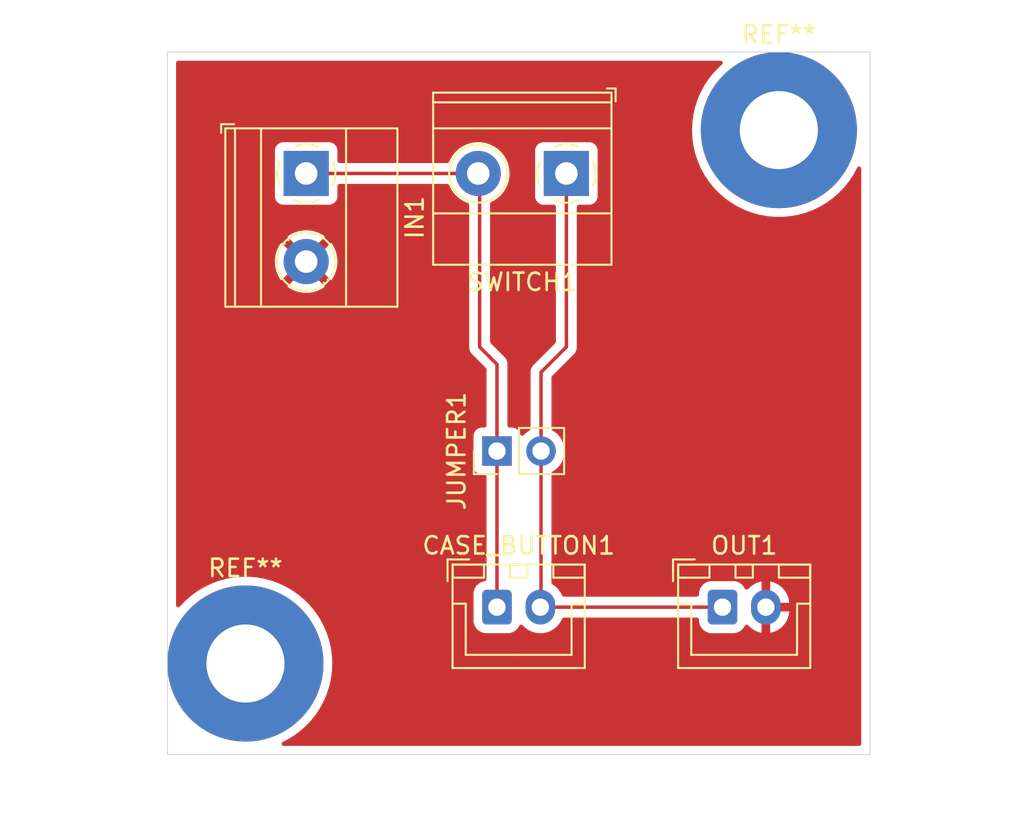
<source format=kicad_pcb>
(kicad_pcb (version 20240108) (generator "pcbnew") (generator_version "8.0")
  (layers (0 "F.Cu" signal) (31 "B.Cu" signal) (34 "B.Paste" user) (35 "F.Paste" user) (36 "B.SilkS" user "B.Silkscreen") (37 "F.SilkS" user "F.Silkscreen") (38 "B.Mask" user) (39 "F.Mask" user) (44 "Edge.Cuts" user))
  (net 0 "")
  (net 1 "GND")
  (net 2 "Net-(CASE_BUTTON1-A)")
  (net 3 "Net-(CASE_BUTTON1-B)")
  (footprint "TerminalBlock_Phoenix:TerminalBlock_Phoenix_MKDS-1,5-2-5.08_1x02_P5.08mm_Horizontal" (layer "F.Cu") (at 143 82 180)
    (property "Reference" "SWITCH1" (at 2.54 -6.26 0) (layer "F.SilkS"))
    (property "Value" "SW_SPST")
    (fp_line (start 7.68 -5.261) (end 7.68 4.66) (stroke (width 0.12)) (layer "F.SilkS"))
    (fp_line (start 6.355 -1.069) (end 6.308 -1.023) (stroke (width 0.12)) (layer "F.SilkS"))
    (fp_line (start 6.15 -1.275) (end 6.115 -1.239) (stroke (width 0.12)) (layer "F.SilkS"))
    (fp_line (start 4.046 1.239) (end 4.011 1.274) (stroke (width 0.12)) (layer "F.SilkS"))
    (fp_line (start 3.853 1.023) (end 3.806 1.069) (stroke (width 0.12)) (layer "F.SilkS"))
    (fp_line (start -2.6 4.66) (end 7.68 4.66) (stroke (width 0.12)) (layer "F.SilkS"))
    (fp_line (start -2.6 4.1) (end 7.68 4.1) (stroke (width 0.12)) (layer "F.SilkS"))
    (fp_line (start -2.6 2.6) (end 7.68 2.6) (stroke (width 0.12)) (layer "F.SilkS"))
    (fp_line (start -2.6 -2.301) (end 7.68 -2.301) (stroke (width 0.12)) (layer "F.SilkS"))
    (fp_line (start -2.6 -5.261) (end 7.68 -5.261) (stroke (width 0.12)) (layer "F.SilkS"))
    (fp_line (start -2.6 -5.261) (end -2.6 4.66) (stroke (width 0.12)) (layer "F.SilkS"))
    (fp_line (start -2.84 4.9) (end -2.34 4.9) (stroke (width 0.12)) (layer "F.SilkS"))
    (fp_line (start -2.84 4.16) (end -2.84 4.9) (stroke (width 0.12)) (layer "F.SilkS"))
    (fp_arc (start 1.535427 -0.683042) (mid 1.680501 0.000524) (end 1.535 0.684) (stroke (width 0.12)) (layer "F.SilkS"))
    (fp_arc (start 0.683318 1.534756) (mid 0.349292 1.643288) (end 0 1.68) (stroke (width 0.12)) (layer "F.SilkS"))
    (fp_arc (start 0.028805 1.680253) (mid -0.335551 1.646659) (end -0.684 1.535) (stroke (width 0.12)) (layer "F.SilkS"))
    (fp_arc (start -0.683042 -1.535427) (mid 0.000524 -1.680501) (end 0.684 -1.535) (stroke (width 0.12)) (layer "F.SilkS"))
    (fp_arc (start -1.535427 0.683042) (mid -1.680501 -0.000524) (end -1.535 -0.684) (stroke (width 0.12)) (layer "F.SilkS"))
    (fp_circle (center 5.08 0) (end 6.76 0) (stroke (width 0.12)) (fill none) (layer "F.SilkS"))
    (pad "1" thru_hole rect (at 0 0 180) (size 2.6 2.6) (drill 1.3) (layers "*.Cu" "*.Mask") (net 3 "Net-(CASE_BUTTON1-B)"))
    (pad "2" thru_hole circle (at 5.08 0 180) (size 2.6 2.6) (drill 1.3) (layers "*.Cu" "*.Mask") (net 2 "Net-(CASE_BUTTON1-A)"))
  )
  (footprint "MountingHole:MountingHole_4.5mm_Pad_TopBottom" (layer "F.Cu") (at 124.5 110.25)
    (property "Reference" "REF**" (at 0 -5.5 0) (layer "F.SilkS"))
    (property "Value" "MountingHole_4.5mm_Pad_TopBottom")
    (pad "1" thru_hole circle (at 0 0) (size 4.9 4.9) (drill 4.5) (layers "*.Cu" "*.Mask"))
    (pad "1" connect circle (at 0 0) (size 9 9) (layers "F.Cu" "F.Mask"))
    (pad "1" connect circle (at 0 0) (size 9 9) (layers "B.Cu" "B.Mask"))
  )
  (footprint "Connector_JST:JST_XH_B2B-XH-A_1x02_P2.50mm_Vertical" (layer "F.Cu") (at 152 107)
    (property "Reference" "OUT1" (at 1.25 -3.55 0) (layer "F.SilkS"))
    (property "Value" "Conn_01x02_Pin")
    (fp_line (start -2.85 -2.75) (end -2.85 -1.5) (stroke (width 0.12)) (layer "F.SilkS"))
    (fp_line (start -2.56 -2.46) (end -2.56 3.51) (stroke (width 0.12)) (layer "F.SilkS"))
    (fp_line (start -2.56 3.51) (end 5.06 3.51) (stroke (width 0.12)) (layer "F.SilkS"))
    (fp_line (start -2.55 -2.45) (end -2.55 -1.7) (stroke (width 0.12)) (layer "F.SilkS"))
    (fp_line (start -2.55 -1.7) (end -0.75 -1.7) (stroke (width 0.12)) (layer "F.SilkS"))
    (fp_line (start -2.55 -0.2) (end -1.8 -0.2) (stroke (width 0.12)) (layer "F.SilkS"))
    (fp_line (start -1.8 -0.2) (end -1.8 2.75) (stroke (width 0.12)) (layer "F.SilkS"))
    (fp_line (start -1.8 2.75) (end 1.25 2.75) (stroke (width 0.12)) (layer "F.SilkS"))
    (fp_line (start -1.6 -2.75) (end -2.85 -2.75) (stroke (width 0.12)) (layer "F.SilkS"))
    (fp_line (start -0.75 -2.45) (end -2.55 -2.45) (stroke (width 0.12)) (layer "F.SilkS"))
    (fp_line (start -0.75 -1.7) (end -0.75 -2.45) (stroke (width 0.12)) (layer "F.SilkS"))
    (fp_line (start 0.75 -2.45) (end 0.75 -1.7) (stroke (width 0.12)) (layer "F.SilkS"))
    (fp_line (start 0.75 -1.7) (end 1.75 -1.7) (stroke (width 0.12)) (layer "F.SilkS"))
    (fp_line (start 1.75 -2.45) (end 0.75 -2.45) (stroke (width 0.12)) (layer "F.SilkS"))
    (fp_line (start 1.75 -1.7) (end 1.75 -2.45) (stroke (width 0.12)) (layer "F.SilkS"))
    (fp_line (start 3.25 -2.45) (end 3.25 -1.7) (stroke (width 0.12)) (layer "F.SilkS"))
    (fp_line (start 3.25 -1.7) (end 5.05 -1.7) (stroke (width 0.12)) (layer "F.SilkS"))
    (fp_line (start 4.3 -0.2) (end 4.3 2.75) (stroke (width 0.12)) (layer "F.SilkS"))
    (fp_line (start 4.3 2.75) (end 1.25 2.75) (stroke (width 0.12)) (layer "F.SilkS"))
    (fp_line (start 5.05 -2.45) (end 3.25 -2.45) (stroke (width 0.12)) (layer "F.SilkS"))
    (fp_line (start 5.05 -1.7) (end 5.05 -2.45) (stroke (width 0.12)) (layer "F.SilkS"))
    (fp_line (start 5.05 -0.2) (end 4.3 -0.2) (stroke (width 0.12)) (layer "F.SilkS"))
    (fp_line (start 5.06 -2.46) (end -2.56 -2.46) (stroke (width 0.12)) (layer "F.SilkS"))
    (fp_line (start 5.06 3.51) (end 5.06 -2.46) (stroke (width 0.12)) (layer "F.SilkS"))
    (pad "1" thru_hole roundrect (at 0 0) (size 1.7 2) (drill 1) (layers "*.Cu" "*.Mask") (roundrect_rratio 0.147059) (net 3 "Net-(CASE_BUTTON1-B)"))
    (pad "2" thru_hole oval (at 2.5 0) (size 1.7 2) (drill 1) (layers "*.Cu" "*.Mask") (net 1 "GND"))
  )
  (footprint "Connector_JST:JST_XH_B2B-XH-A_1x02_P2.50mm_Vertical" (layer "F.Cu") (at 139 107)
    (property "Reference" "CASE_BUTTON1" (at 1.25 -3.55 0) (layer "F.SilkS"))
    (property "Value" "SW_SPST")
    (fp_line (start -2.85 -2.75) (end -2.85 -1.5) (stroke (width 0.12)) (layer "F.SilkS"))
    (fp_line (start -2.56 -2.46) (end -2.56 3.51) (stroke (width 0.12)) (layer "F.SilkS"))
    (fp_line (start -2.56 3.51) (end 5.06 3.51) (stroke (width 0.12)) (layer "F.SilkS"))
    (fp_line (start -2.55 -2.45) (end -2.55 -1.7) (stroke (width 0.12)) (layer "F.SilkS"))
    (fp_line (start -2.55 -1.7) (end -0.75 -1.7) (stroke (width 0.12)) (layer "F.SilkS"))
    (fp_line (start -2.55 -0.2) (end -1.8 -0.2) (stroke (width 0.12)) (layer "F.SilkS"))
    (fp_line (start -1.8 -0.2) (end -1.8 2.75) (stroke (width 0.12)) (layer "F.SilkS"))
    (fp_line (start -1.8 2.75) (end 1.25 2.75) (stroke (width 0.12)) (layer "F.SilkS"))
    (fp_line (start -1.6 -2.75) (end -2.85 -2.75) (stroke (width 0.12)) (layer "F.SilkS"))
    (fp_line (start -0.75 -2.45) (end -2.55 -2.45) (stroke (width 0.12)) (layer "F.SilkS"))
    (fp_line (start -0.75 -1.7) (end -0.75 -2.45) (stroke (width 0.12)) (layer "F.SilkS"))
    (fp_line (start 0.75 -2.45) (end 0.75 -1.7) (stroke (width 0.12)) (layer "F.SilkS"))
    (fp_line (start 0.75 -1.7) (end 1.75 -1.7) (stroke (width 0.12)) (layer "F.SilkS"))
    (fp_line (start 1.75 -2.45) (end 0.75 -2.45) (stroke (width 0.12)) (layer "F.SilkS"))
    (fp_line (start 1.75 -1.7) (end 1.75 -2.45) (stroke (width 0.12)) (layer "F.SilkS"))
    (fp_line (start 3.25 -2.45) (end 3.25 -1.7) (stroke (width 0.12)) (layer "F.SilkS"))
    (fp_line (start 3.25 -1.7) (end 5.05 -1.7) (stroke (width 0.12)) (layer "F.SilkS"))
    (fp_line (start 4.3 -0.2) (end 4.3 2.75) (stroke (width 0.12)) (layer "F.SilkS"))
    (fp_line (start 4.3 2.75) (end 1.25 2.75) (stroke (width 0.12)) (layer "F.SilkS"))
    (fp_line (start 5.05 -2.45) (end 3.25 -2.45) (stroke (width 0.12)) (layer "F.SilkS"))
    (fp_line (start 5.05 -1.7) (end 5.05 -2.45) (stroke (width 0.12)) (layer "F.SilkS"))
    (fp_line (start 5.05 -0.2) (end 4.3 -0.2) (stroke (width 0.12)) (layer "F.SilkS"))
    (fp_line (start 5.06 -2.46) (end -2.56 -2.46) (stroke (width 0.12)) (layer "F.SilkS"))
    (fp_line (start 5.06 3.51) (end 5.06 -2.46) (stroke (width 0.12)) (layer "F.SilkS"))
    (pad "1" thru_hole roundrect (at 0 0) (size 1.7 2) (drill 1) (layers "*.Cu" "*.Mask") (roundrect_rratio 0.147059) (net 2 "Net-(CASE_BUTTON1-A)"))
    (pad "2" thru_hole oval (at 2.5 0) (size 1.7 2) (drill 1) (layers "*.Cu" "*.Mask") (net 3 "Net-(CASE_BUTTON1-B)"))
  )
  (footprint "Connector_PinHeader_2.54mm:PinHeader_1x02_P2.54mm_Vertical" (layer "F.Cu") (at 139 98 90)
    (property "Reference" "JUMPER1" (at 0 -2.33 90) (layer "F.SilkS"))
    (property "Value" "SW_SPST")
    (fp_line (start -1.33 -1.33) (end 0 -1.33) (stroke (width 0.12)) (layer "F.SilkS"))
    (fp_line (start -1.33 0) (end -1.33 -1.33) (stroke (width 0.12)) (layer "F.SilkS"))
    (fp_line (start 1.33 1.27) (end 1.33 3.87) (stroke (width 0.12)) (layer "F.SilkS"))
    (fp_line (start -1.33 1.27) (end 1.33 1.27) (stroke (width 0.12)) (layer "F.SilkS"))
    (fp_line (start -1.33 1.27) (end -1.33 3.87) (stroke (width 0.12)) (layer "F.SilkS"))
    (fp_line (start -1.33 3.87) (end 1.33 3.87) (stroke (width 0.12)) (layer "F.SilkS"))
    (pad "1" thru_hole rect (at 0 0 90) (size 1.7 1.7) (drill 1) (layers "*.Cu" "*.Mask") (net 2 "Net-(CASE_BUTTON1-A)"))
    (pad "2" thru_hole oval (at 0 2.54 90) (size 1.7 1.7) (drill 1) (layers "*.Cu" "*.Mask") (net 3 "Net-(CASE_BUTTON1-B)"))
  )
  (footprint "MountingHole:MountingHole_4.5mm_Pad_TopBottom" (layer "F.Cu") (at 155.25 79.5)
    (property "Reference" "REF**" (at 0 -5.5 0) (layer "F.SilkS"))
    (property "Value" "MountingHole_4.5mm_Pad_TopBottom")
    (pad "1" thru_hole circle (at 0 0) (size 4.9 4.9) (drill 4.5) (layers "*.Cu" "*.Mask"))
    (pad "1" connect circle (at 0 0) (size 9 9) (layers "F.Cu" "F.Mask"))
    (pad "1" connect circle (at 0 0) (size 9 9) (layers "B.Cu" "B.Mask"))
  )
  (footprint "TerminalBlock_Phoenix:TerminalBlock_Phoenix_MKDS-1,5-2-5.08_1x02_P5.08mm_Horizontal" (layer "F.Cu") (at 128 82 -90)
    (property "Reference" "IN1" (at 2.54 -6.26 90) (layer "F.SilkS"))
    (property "Value" "Conn_01x02_Pin")
    (fp_line (start -2.84 4.9) (end -2.34 4.9) (stroke (width 0.12)) (layer "F.SilkS"))
    (fp_line (start -2.6 4.66) (end 7.68 4.66) (stroke (width 0.12)) (layer "F.SilkS"))
    (fp_line (start -2.84 4.16) (end -2.84 4.9) (stroke (width 0.12)) (layer "F.SilkS"))
    (fp_line (start -2.6 4.1) (end 7.68 4.1) (stroke (width 0.12)) (layer "F.SilkS"))
    (fp_line (start -2.6 2.6) (end 7.68 2.6) (stroke (width 0.12)) (layer "F.SilkS"))
    (fp_line (start 4.046 1.239) (end 4.011 1.274) (stroke (width 0.12)) (layer "F.SilkS"))
    (fp_line (start 3.853 1.023) (end 3.806 1.069) (stroke (width 0.12)) (layer "F.SilkS"))
    (fp_line (start 6.355 -1.069) (end 6.308 -1.023) (stroke (width 0.12)) (layer "F.SilkS"))
    (fp_line (start 6.15 -1.275) (end 6.115 -1.239) (stroke (width 0.12)) (layer "F.SilkS"))
    (fp_line (start -2.6 -2.301) (end 7.68 -2.301) (stroke (width 0.12)) (layer "F.SilkS"))
    (fp_line (start -2.6 -5.261) (end -2.6 4.66) (stroke (width 0.12)) (layer "F.SilkS"))
    (fp_line (start -2.6 -5.261) (end 7.68 -5.261) (stroke (width 0.12)) (layer "F.SilkS"))
    (fp_line (start 7.68 -5.261) (end 7.68 4.66) (stroke (width 0.12)) (layer "F.SilkS"))
    (fp_arc (start 0.028805 1.680253) (mid -0.335551 1.646659) (end -0.684 1.535) (stroke (width 0.12)) (layer "F.SilkS"))
    (fp_arc (start 0.683318 1.534756) (mid 0.349292 1.643288) (end 0 1.68) (stroke (width 0.12)) (layer "F.SilkS"))
    (fp_arc (start -1.535427 0.683042) (mid -1.680501 -0.000524) (end -1.535 -0.684) (stroke (width 0.12)) (layer "F.SilkS"))
    (fp_arc (start 1.535427 -0.683042) (mid 1.680501 0.000524) (end 1.535 0.684) (stroke (width 0.12)) (layer "F.SilkS"))
    (fp_arc (start -0.683042 -1.535427) (mid 0.000524 -1.680501) (end 0.684 -1.535) (stroke (width 0.12)) (layer "F.SilkS"))
    (fp_circle (center 5.08 0) (end 6.76 0) (stroke (width 0.12)) (fill none) (layer "F.SilkS"))
    (pad "1" thru_hole rect (at 0 0 270) (size 2.6 2.6) (drill 1.3) (layers "*.Cu" "*.Mask") (net 2 "Net-(CASE_BUTTON1-A)"))
    (pad "2" thru_hole circle (at 5.08 0 270) (size 2.6 2.6) (drill 1.3) (layers "*.Cu" "*.Mask") (net 1 "GND"))
  )
  (gr_rect (start 120 75) (end 160.5 115.5) (stroke (width 0.05)) (fill none) (layer "Edge.Cuts"))
  (segment (start 138 92) (end 139 93) (width 0.2) (layer "F.Cu") (net 2))
  (segment (start 138 82) (end 138 92) (width 0.2) (layer "F.Cu") (net 2))
  (segment (start 139 98) (end 139 107) (width 0.2) (layer "F.Cu") (net 2))
  (segment (start 139 93) (end 139 98) (width 0.2) (layer "F.Cu") (net 2))
  (segment (start 128 82) (end 138 82) (width 0.2) (layer "F.Cu") (net 2))
  (segment (start 141.54 106) (end 141.5 106.04) (width 0.2) (layer "F.Cu") (net 3))
  (segment (start 141.5 106.04) (end 141.5 107) (width 0.2) (layer "F.Cu") (net 3))
  (segment (start 141.5 107) (end 152 107) (width 0.2) (layer "F.Cu") (net 3))
  (segment (start 143 92) (end 141.54 93.46) (width 0.2) (layer "F.Cu") (net 3))
  (segment (start 143 82) (end 143 92) (width 0.2) (layer "F.Cu") (net 3))
  (segment (start 141.54 93.46) (end 141.54 98) (width 0.2) (layer "F.Cu") (net 3))
  (segment (start 141.54 98) (end 141.54 106) (width 0.2) (layer "F.Cu") (net 3))
  (zone (net 1) (net_name "GND") (layer "F.Cu") (connect_pads (clearance 0.5)) (min_thickness 0.25) (fill yes (thermal_gap 0.5) (thermal_bridge_width 0.5))
    (polygon (pts (xy 119 72) (xy 163 73) (xy 162 118) (xy 117 119)))
  )
)
</source>
